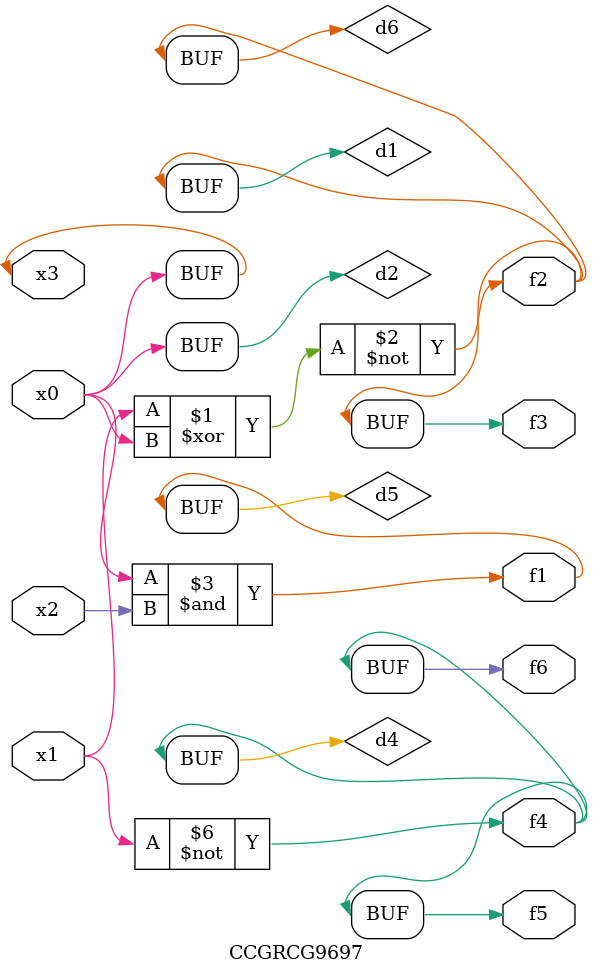
<source format=v>
module CCGRCG9697(
	input x0, x1, x2, x3,
	output f1, f2, f3, f4, f5, f6
);

	wire d1, d2, d3, d4, d5, d6;

	xnor (d1, x1, x3);
	buf (d2, x0, x3);
	nand (d3, x0, x2);
	not (d4, x1);
	nand (d5, d3);
	or (d6, d1);
	assign f1 = d5;
	assign f2 = d6;
	assign f3 = d6;
	assign f4 = d4;
	assign f5 = d4;
	assign f6 = d4;
endmodule

</source>
